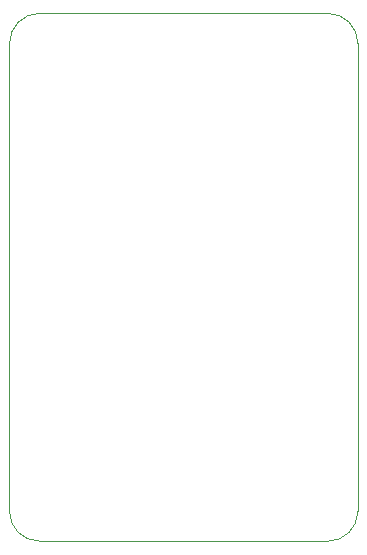
<source format=gbr>
%TF.GenerationSoftware,KiCad,Pcbnew,9.0.0*%
%TF.CreationDate,2025-05-16T16:34:18-03:00*%
%TF.ProjectId,V1A,5631412e-6b69-4636-9164-5f7063625858,rev?*%
%TF.SameCoordinates,Original*%
%TF.FileFunction,Profile,NP*%
%FSLAX46Y46*%
G04 Gerber Fmt 4.6, Leading zero omitted, Abs format (unit mm)*
G04 Created by KiCad (PCBNEW 9.0.0) date 2025-05-16 16:34:18*
%MOMM*%
%LPD*%
G01*
G04 APERTURE LIST*
%TA.AperFunction,Profile*%
%ADD10C,0.100000*%
%TD*%
G04 APERTURE END LIST*
D10*
X142849600Y-121996200D02*
G75*
G02*
X140309600Y-119456200I0J2540000D01*
G01*
X140316833Y-79851174D02*
X140309600Y-119456200D01*
X167275239Y-77306290D02*
G75*
G02*
X169815210Y-79846290I-39J-2540010D01*
G01*
X169816080Y-119481600D02*
G75*
G02*
X167276281Y-121998245I-2524380J7700D01*
G01*
X140316833Y-79851174D02*
G75*
G02*
X142856833Y-77311233I2539967J-26D01*
G01*
X167275239Y-77306290D02*
X142856833Y-77311174D01*
X169816080Y-119481005D02*
X169815239Y-79846290D01*
X142849600Y-121996200D02*
X167276077Y-121996200D01*
M02*

</source>
